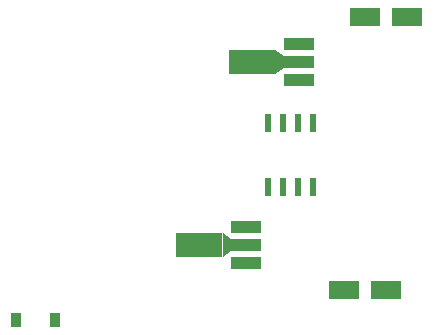
<source format=gbr>
G04 #@! TF.GenerationSoftware,KiCad,Pcbnew,(5.0.0-3-g5ebb6b6)*
G04 #@! TF.CreationDate,2018-12-29T11:49:17+00:00*
G04 #@! TF.ProjectId,BinaryBagelBoard,42696E617279426167656C426F617264,rev?*
G04 #@! TF.SameCoordinates,Original*
G04 #@! TF.FileFunction,Paste,Top*
G04 #@! TF.FilePolarity,Positive*
%FSLAX46Y46*%
G04 Gerber Fmt 4.6, Leading zero omitted, Abs format (unit mm)*
G04 Created by KiCad (PCBNEW (5.0.0-3-g5ebb6b6)) date Saturday, 29 December 2018 at 11:49:17*
%MOMM*%
%LPD*%
G01*
G04 APERTURE LIST*
%ADD10R,0.600000X1.550000*%
%ADD11R,2.600000X1.600000*%
%ADD12R,2.500000X1.000000*%
%ADD13R,4.000000X2.000000*%
%ADD14C,0.750000*%
%ADD15C,0.100000*%
%ADD16R,0.900000X1.200000*%
G04 APERTURE END LIST*
D10*
G04 #@! TO.C,U_INV1*
X117475000Y-64930000D03*
X118745000Y-64930000D03*
X120015000Y-64930000D03*
X121285000Y-64930000D03*
X121285000Y-59530000D03*
X120015000Y-59530000D03*
X118745000Y-59530000D03*
X117475000Y-59530000D03*
G04 #@! TD*
D11*
G04 #@! TO.C,C_INV1*
X123930000Y-73660000D03*
X127530000Y-73660000D03*
G04 #@! TD*
G04 #@! TO.C,C_INV2*
X125708000Y-50546000D03*
X129308000Y-50546000D03*
G04 #@! TD*
D12*
G04 #@! TO.C,U_NR1*
X120090000Y-55856000D03*
X120090000Y-54356000D03*
X120090000Y-52856000D03*
D13*
X116130000Y-54356000D03*
D14*
X118480000Y-54356000D03*
D15*
G36*
X118105000Y-53356000D02*
X118855000Y-53856000D01*
X118855000Y-54856000D01*
X118105000Y-55356000D01*
X118105000Y-53356000D01*
X118105000Y-53356000D01*
G37*
G04 #@! TD*
D14*
G04 #@! TO.C,U_PR1*
X114035000Y-69850000D03*
D15*
G36*
X113660000Y-68850000D02*
X114410000Y-69350000D01*
X114410000Y-70350000D01*
X113660000Y-70850000D01*
X113660000Y-68850000D01*
X113660000Y-68850000D01*
G37*
D13*
X111685000Y-69850000D03*
D12*
X115645000Y-68350000D03*
X115645000Y-69850000D03*
X115645000Y-71350000D03*
G04 #@! TD*
D16*
G04 #@! TO.C,DP1*
X99440000Y-76200000D03*
X96140000Y-76200000D03*
G04 #@! TD*
M02*

</source>
